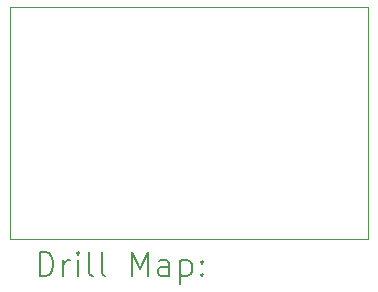
<source format=gbr>
%TF.GenerationSoftware,KiCad,Pcbnew,7.0.8*%
%TF.CreationDate,2024-06-02T10:45:55-04:00*%
%TF.ProjectId,rugby64 jr,72756762-7936-4342-906a-722e6b696361,rev?*%
%TF.SameCoordinates,Original*%
%TF.FileFunction,Drillmap*%
%TF.FilePolarity,Positive*%
%FSLAX45Y45*%
G04 Gerber Fmt 4.5, Leading zero omitted, Abs format (unit mm)*
G04 Created by KiCad (PCBNEW 7.0.8) date 2024-06-02 10:45:55*
%MOMM*%
%LPD*%
G01*
G04 APERTURE LIST*
%ADD10C,0.100000*%
%ADD11C,0.200000*%
G04 APERTURE END LIST*
D10*
X1259840Y-1397000D02*
X4297680Y-1397000D01*
X4297680Y-3357880D01*
X1259840Y-3357880D01*
X1259840Y-1397000D01*
D11*
X1515617Y-3674364D02*
X1515617Y-3474364D01*
X1515617Y-3474364D02*
X1563236Y-3474364D01*
X1563236Y-3474364D02*
X1591807Y-3483888D01*
X1591807Y-3483888D02*
X1610855Y-3502935D01*
X1610855Y-3502935D02*
X1620379Y-3521983D01*
X1620379Y-3521983D02*
X1629902Y-3560078D01*
X1629902Y-3560078D02*
X1629902Y-3588649D01*
X1629902Y-3588649D02*
X1620379Y-3626745D01*
X1620379Y-3626745D02*
X1610855Y-3645792D01*
X1610855Y-3645792D02*
X1591807Y-3664840D01*
X1591807Y-3664840D02*
X1563236Y-3674364D01*
X1563236Y-3674364D02*
X1515617Y-3674364D01*
X1715617Y-3674364D02*
X1715617Y-3541030D01*
X1715617Y-3579126D02*
X1725141Y-3560078D01*
X1725141Y-3560078D02*
X1734664Y-3550554D01*
X1734664Y-3550554D02*
X1753712Y-3541030D01*
X1753712Y-3541030D02*
X1772760Y-3541030D01*
X1839426Y-3674364D02*
X1839426Y-3541030D01*
X1839426Y-3474364D02*
X1829902Y-3483888D01*
X1829902Y-3483888D02*
X1839426Y-3493411D01*
X1839426Y-3493411D02*
X1848950Y-3483888D01*
X1848950Y-3483888D02*
X1839426Y-3474364D01*
X1839426Y-3474364D02*
X1839426Y-3493411D01*
X1963236Y-3674364D02*
X1944188Y-3664840D01*
X1944188Y-3664840D02*
X1934664Y-3645792D01*
X1934664Y-3645792D02*
X1934664Y-3474364D01*
X2067998Y-3674364D02*
X2048950Y-3664840D01*
X2048950Y-3664840D02*
X2039426Y-3645792D01*
X2039426Y-3645792D02*
X2039426Y-3474364D01*
X2296569Y-3674364D02*
X2296569Y-3474364D01*
X2296569Y-3474364D02*
X2363236Y-3617221D01*
X2363236Y-3617221D02*
X2429903Y-3474364D01*
X2429903Y-3474364D02*
X2429903Y-3674364D01*
X2610855Y-3674364D02*
X2610855Y-3569602D01*
X2610855Y-3569602D02*
X2601331Y-3550554D01*
X2601331Y-3550554D02*
X2582284Y-3541030D01*
X2582284Y-3541030D02*
X2544188Y-3541030D01*
X2544188Y-3541030D02*
X2525141Y-3550554D01*
X2610855Y-3664840D02*
X2591807Y-3674364D01*
X2591807Y-3674364D02*
X2544188Y-3674364D01*
X2544188Y-3674364D02*
X2525141Y-3664840D01*
X2525141Y-3664840D02*
X2515617Y-3645792D01*
X2515617Y-3645792D02*
X2515617Y-3626745D01*
X2515617Y-3626745D02*
X2525141Y-3607697D01*
X2525141Y-3607697D02*
X2544188Y-3598173D01*
X2544188Y-3598173D02*
X2591807Y-3598173D01*
X2591807Y-3598173D02*
X2610855Y-3588649D01*
X2706093Y-3541030D02*
X2706093Y-3741030D01*
X2706093Y-3550554D02*
X2725141Y-3541030D01*
X2725141Y-3541030D02*
X2763236Y-3541030D01*
X2763236Y-3541030D02*
X2782284Y-3550554D01*
X2782284Y-3550554D02*
X2791807Y-3560078D01*
X2791807Y-3560078D02*
X2801331Y-3579126D01*
X2801331Y-3579126D02*
X2801331Y-3636268D01*
X2801331Y-3636268D02*
X2791807Y-3655316D01*
X2791807Y-3655316D02*
X2782284Y-3664840D01*
X2782284Y-3664840D02*
X2763236Y-3674364D01*
X2763236Y-3674364D02*
X2725141Y-3674364D01*
X2725141Y-3674364D02*
X2706093Y-3664840D01*
X2887045Y-3655316D02*
X2896569Y-3664840D01*
X2896569Y-3664840D02*
X2887045Y-3674364D01*
X2887045Y-3674364D02*
X2877522Y-3664840D01*
X2877522Y-3664840D02*
X2887045Y-3655316D01*
X2887045Y-3655316D02*
X2887045Y-3674364D01*
X2887045Y-3550554D02*
X2896569Y-3560078D01*
X2896569Y-3560078D02*
X2887045Y-3569602D01*
X2887045Y-3569602D02*
X2877522Y-3560078D01*
X2877522Y-3560078D02*
X2887045Y-3550554D01*
X2887045Y-3550554D02*
X2887045Y-3569602D01*
M02*

</source>
